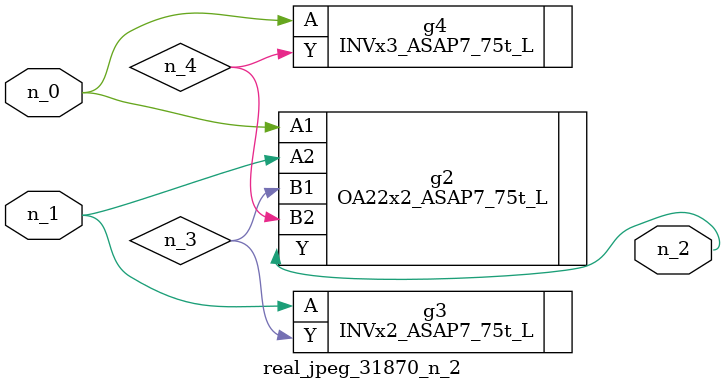
<source format=v>
module real_jpeg_31870_n_2 (n_1, n_0, n_2);

input n_1;
input n_0;

output n_2;

wire n_4;
wire n_3;

OA22x2_ASAP7_75t_L g2 ( 
.A1(n_0),
.A2(n_1),
.B1(n_3),
.B2(n_4),
.Y(n_2)
);

INVx3_ASAP7_75t_L g4 ( 
.A(n_0),
.Y(n_4)
);

INVx2_ASAP7_75t_L g3 ( 
.A(n_1),
.Y(n_3)
);


endmodule
</source>
